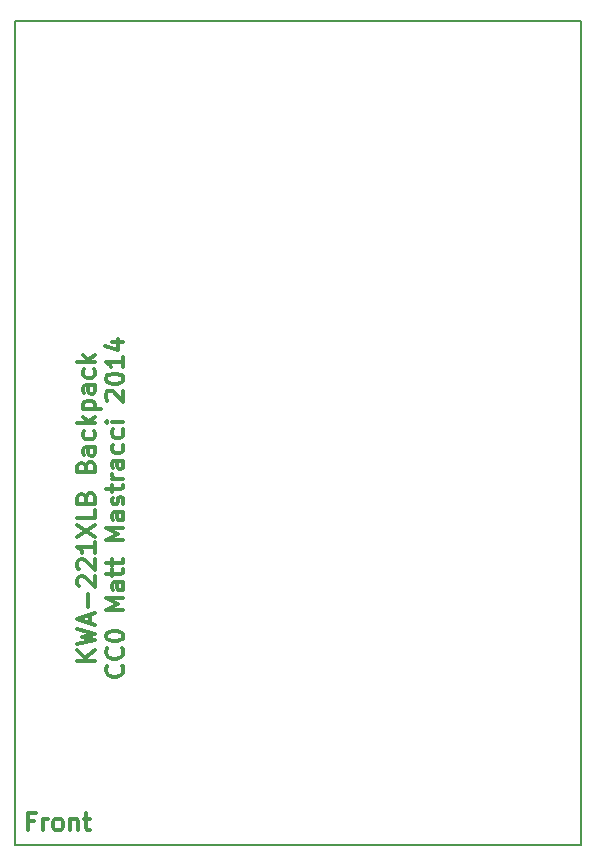
<source format=gto>
G04 (created by PCBNEW (2013-07-07 BZR 4022)-stable) date 9/10/2014 12:23:06 PM*
%MOIN*%
G04 Gerber Fmt 3.4, Leading zero omitted, Abs format*
%FSLAX34Y34*%
G01*
G70*
G90*
G04 APERTURE LIST*
%ADD10C,0.00590551*%
%ADD11C,0.011811*%
G04 APERTURE END LIST*
G54D10*
G54D11*
X19698Y-41929D02*
X19501Y-41929D01*
X19501Y-42239D02*
X19501Y-41648D01*
X19782Y-41648D01*
X20007Y-42239D02*
X20007Y-41845D01*
X20007Y-41957D02*
X20035Y-41901D01*
X20064Y-41873D01*
X20120Y-41845D01*
X20176Y-41845D01*
X20457Y-42239D02*
X20401Y-42210D01*
X20373Y-42182D01*
X20345Y-42126D01*
X20345Y-41957D01*
X20373Y-41901D01*
X20401Y-41873D01*
X20457Y-41845D01*
X20542Y-41845D01*
X20598Y-41873D01*
X20626Y-41901D01*
X20654Y-41957D01*
X20654Y-42126D01*
X20626Y-42182D01*
X20598Y-42210D01*
X20542Y-42239D01*
X20457Y-42239D01*
X20907Y-41845D02*
X20907Y-42239D01*
X20907Y-41901D02*
X20935Y-41873D01*
X20992Y-41845D01*
X21076Y-41845D01*
X21132Y-41873D01*
X21160Y-41929D01*
X21160Y-42239D01*
X21357Y-41845D02*
X21582Y-41845D01*
X21442Y-41648D02*
X21442Y-42154D01*
X21470Y-42210D01*
X21526Y-42239D01*
X21582Y-42239D01*
X21739Y-36575D02*
X21148Y-36575D01*
X21739Y-36238D02*
X21401Y-36491D01*
X21148Y-36238D02*
X21485Y-36575D01*
X21148Y-36041D02*
X21739Y-35901D01*
X21317Y-35788D01*
X21739Y-35676D01*
X21148Y-35535D01*
X21570Y-35338D02*
X21570Y-35057D01*
X21739Y-35394D02*
X21148Y-35197D01*
X21739Y-35001D01*
X21514Y-34804D02*
X21514Y-34354D01*
X21204Y-34101D02*
X21176Y-34073D01*
X21148Y-34016D01*
X21148Y-33876D01*
X21176Y-33820D01*
X21204Y-33791D01*
X21260Y-33763D01*
X21317Y-33763D01*
X21401Y-33791D01*
X21739Y-34129D01*
X21739Y-33763D01*
X21204Y-33538D02*
X21176Y-33510D01*
X21148Y-33454D01*
X21148Y-33313D01*
X21176Y-33257D01*
X21204Y-33229D01*
X21260Y-33201D01*
X21317Y-33201D01*
X21401Y-33229D01*
X21739Y-33566D01*
X21739Y-33201D01*
X21739Y-32638D02*
X21739Y-32976D01*
X21739Y-32807D02*
X21148Y-32807D01*
X21232Y-32863D01*
X21289Y-32920D01*
X21317Y-32976D01*
X21148Y-32442D02*
X21739Y-32048D01*
X21148Y-32048D02*
X21739Y-32442D01*
X21739Y-31542D02*
X21739Y-31823D01*
X21148Y-31823D01*
X21429Y-31148D02*
X21457Y-31064D01*
X21485Y-31035D01*
X21542Y-31007D01*
X21626Y-31007D01*
X21682Y-31035D01*
X21710Y-31064D01*
X21739Y-31120D01*
X21739Y-31345D01*
X21148Y-31345D01*
X21148Y-31148D01*
X21176Y-31092D01*
X21204Y-31064D01*
X21260Y-31035D01*
X21317Y-31035D01*
X21373Y-31064D01*
X21401Y-31092D01*
X21429Y-31148D01*
X21429Y-31345D01*
X21429Y-30107D02*
X21457Y-30023D01*
X21485Y-29995D01*
X21542Y-29967D01*
X21626Y-29967D01*
X21682Y-29995D01*
X21710Y-30023D01*
X21739Y-30079D01*
X21739Y-30304D01*
X21148Y-30304D01*
X21148Y-30107D01*
X21176Y-30051D01*
X21204Y-30023D01*
X21260Y-29995D01*
X21317Y-29995D01*
X21373Y-30023D01*
X21401Y-30051D01*
X21429Y-30107D01*
X21429Y-30304D01*
X21739Y-29461D02*
X21429Y-29461D01*
X21373Y-29489D01*
X21345Y-29545D01*
X21345Y-29658D01*
X21373Y-29714D01*
X21710Y-29461D02*
X21739Y-29517D01*
X21739Y-29658D01*
X21710Y-29714D01*
X21654Y-29742D01*
X21598Y-29742D01*
X21542Y-29714D01*
X21514Y-29658D01*
X21514Y-29517D01*
X21485Y-29461D01*
X21710Y-28926D02*
X21739Y-28983D01*
X21739Y-29095D01*
X21710Y-29151D01*
X21682Y-29179D01*
X21626Y-29208D01*
X21457Y-29208D01*
X21401Y-29179D01*
X21373Y-29151D01*
X21345Y-29095D01*
X21345Y-28983D01*
X21373Y-28926D01*
X21739Y-28673D02*
X21148Y-28673D01*
X21514Y-28617D02*
X21739Y-28448D01*
X21345Y-28448D02*
X21570Y-28673D01*
X21345Y-28195D02*
X21935Y-28195D01*
X21373Y-28195D02*
X21345Y-28139D01*
X21345Y-28026D01*
X21373Y-27970D01*
X21401Y-27942D01*
X21457Y-27914D01*
X21626Y-27914D01*
X21682Y-27942D01*
X21710Y-27970D01*
X21739Y-28026D01*
X21739Y-28139D01*
X21710Y-28195D01*
X21739Y-27408D02*
X21429Y-27408D01*
X21373Y-27436D01*
X21345Y-27492D01*
X21345Y-27605D01*
X21373Y-27661D01*
X21710Y-27408D02*
X21739Y-27464D01*
X21739Y-27605D01*
X21710Y-27661D01*
X21654Y-27689D01*
X21598Y-27689D01*
X21542Y-27661D01*
X21514Y-27605D01*
X21514Y-27464D01*
X21485Y-27408D01*
X21710Y-26874D02*
X21739Y-26930D01*
X21739Y-27042D01*
X21710Y-27098D01*
X21682Y-27127D01*
X21626Y-27155D01*
X21457Y-27155D01*
X21401Y-27127D01*
X21373Y-27098D01*
X21345Y-27042D01*
X21345Y-26930D01*
X21373Y-26874D01*
X21739Y-26620D02*
X21148Y-26620D01*
X21514Y-26564D02*
X21739Y-26395D01*
X21345Y-26395D02*
X21570Y-26620D01*
X22627Y-36744D02*
X22655Y-36772D01*
X22683Y-36857D01*
X22683Y-36913D01*
X22655Y-36997D01*
X22599Y-37053D01*
X22543Y-37082D01*
X22430Y-37110D01*
X22346Y-37110D01*
X22233Y-37082D01*
X22177Y-37053D01*
X22121Y-36997D01*
X22093Y-36913D01*
X22093Y-36857D01*
X22121Y-36772D01*
X22149Y-36744D01*
X22627Y-36154D02*
X22655Y-36182D01*
X22683Y-36266D01*
X22683Y-36322D01*
X22655Y-36407D01*
X22599Y-36463D01*
X22543Y-36491D01*
X22430Y-36519D01*
X22346Y-36519D01*
X22233Y-36491D01*
X22177Y-36463D01*
X22121Y-36407D01*
X22093Y-36322D01*
X22093Y-36266D01*
X22121Y-36182D01*
X22149Y-36154D01*
X22093Y-35788D02*
X22093Y-35732D01*
X22121Y-35676D01*
X22149Y-35647D01*
X22205Y-35619D01*
X22318Y-35591D01*
X22458Y-35591D01*
X22571Y-35619D01*
X22627Y-35647D01*
X22655Y-35676D01*
X22683Y-35732D01*
X22683Y-35788D01*
X22655Y-35844D01*
X22627Y-35872D01*
X22571Y-35901D01*
X22458Y-35929D01*
X22318Y-35929D01*
X22205Y-35901D01*
X22149Y-35872D01*
X22121Y-35844D01*
X22093Y-35788D01*
X22683Y-34888D02*
X22093Y-34888D01*
X22515Y-34691D01*
X22093Y-34494D01*
X22683Y-34494D01*
X22683Y-33960D02*
X22374Y-33960D01*
X22318Y-33988D01*
X22290Y-34044D01*
X22290Y-34157D01*
X22318Y-34213D01*
X22655Y-33960D02*
X22683Y-34016D01*
X22683Y-34157D01*
X22655Y-34213D01*
X22599Y-34241D01*
X22543Y-34241D01*
X22487Y-34213D01*
X22458Y-34157D01*
X22458Y-34016D01*
X22430Y-33960D01*
X22290Y-33763D02*
X22290Y-33538D01*
X22093Y-33679D02*
X22599Y-33679D01*
X22655Y-33651D01*
X22683Y-33595D01*
X22683Y-33538D01*
X22290Y-33426D02*
X22290Y-33201D01*
X22093Y-33341D02*
X22599Y-33341D01*
X22655Y-33313D01*
X22683Y-33257D01*
X22683Y-33201D01*
X22683Y-32554D02*
X22093Y-32554D01*
X22515Y-32357D01*
X22093Y-32160D01*
X22683Y-32160D01*
X22683Y-31626D02*
X22374Y-31626D01*
X22318Y-31654D01*
X22290Y-31710D01*
X22290Y-31823D01*
X22318Y-31879D01*
X22655Y-31626D02*
X22683Y-31682D01*
X22683Y-31823D01*
X22655Y-31879D01*
X22599Y-31907D01*
X22543Y-31907D01*
X22487Y-31879D01*
X22458Y-31823D01*
X22458Y-31682D01*
X22430Y-31626D01*
X22655Y-31373D02*
X22683Y-31317D01*
X22683Y-31204D01*
X22655Y-31148D01*
X22599Y-31120D01*
X22571Y-31120D01*
X22515Y-31148D01*
X22487Y-31204D01*
X22487Y-31289D01*
X22458Y-31345D01*
X22402Y-31373D01*
X22374Y-31373D01*
X22318Y-31345D01*
X22290Y-31289D01*
X22290Y-31204D01*
X22318Y-31148D01*
X22290Y-30951D02*
X22290Y-30726D01*
X22093Y-30867D02*
X22599Y-30867D01*
X22655Y-30839D01*
X22683Y-30782D01*
X22683Y-30726D01*
X22683Y-30529D02*
X22290Y-30529D01*
X22402Y-30529D02*
X22346Y-30501D01*
X22318Y-30473D01*
X22290Y-30417D01*
X22290Y-30361D01*
X22683Y-29911D02*
X22374Y-29911D01*
X22318Y-29939D01*
X22290Y-29995D01*
X22290Y-30107D01*
X22318Y-30164D01*
X22655Y-29911D02*
X22683Y-29967D01*
X22683Y-30107D01*
X22655Y-30164D01*
X22599Y-30192D01*
X22543Y-30192D01*
X22487Y-30164D01*
X22458Y-30107D01*
X22458Y-29967D01*
X22430Y-29911D01*
X22655Y-29376D02*
X22683Y-29433D01*
X22683Y-29545D01*
X22655Y-29601D01*
X22627Y-29629D01*
X22571Y-29658D01*
X22402Y-29658D01*
X22346Y-29629D01*
X22318Y-29601D01*
X22290Y-29545D01*
X22290Y-29433D01*
X22318Y-29376D01*
X22655Y-28870D02*
X22683Y-28926D01*
X22683Y-29039D01*
X22655Y-29095D01*
X22627Y-29123D01*
X22571Y-29151D01*
X22402Y-29151D01*
X22346Y-29123D01*
X22318Y-29095D01*
X22290Y-29039D01*
X22290Y-28926D01*
X22318Y-28870D01*
X22683Y-28617D02*
X22290Y-28617D01*
X22093Y-28617D02*
X22121Y-28645D01*
X22149Y-28617D01*
X22121Y-28589D01*
X22093Y-28617D01*
X22149Y-28617D01*
X22149Y-27914D02*
X22121Y-27886D01*
X22093Y-27830D01*
X22093Y-27689D01*
X22121Y-27633D01*
X22149Y-27605D01*
X22205Y-27577D01*
X22262Y-27577D01*
X22346Y-27605D01*
X22683Y-27942D01*
X22683Y-27577D01*
X22093Y-27211D02*
X22093Y-27155D01*
X22121Y-27098D01*
X22149Y-27070D01*
X22205Y-27042D01*
X22318Y-27014D01*
X22458Y-27014D01*
X22571Y-27042D01*
X22627Y-27070D01*
X22655Y-27098D01*
X22683Y-27155D01*
X22683Y-27211D01*
X22655Y-27267D01*
X22627Y-27295D01*
X22571Y-27323D01*
X22458Y-27352D01*
X22318Y-27352D01*
X22205Y-27323D01*
X22149Y-27295D01*
X22121Y-27267D01*
X22093Y-27211D01*
X22683Y-26452D02*
X22683Y-26789D01*
X22683Y-26620D02*
X22093Y-26620D01*
X22177Y-26677D01*
X22233Y-26733D01*
X22262Y-26789D01*
X22290Y-25946D02*
X22683Y-25946D01*
X22065Y-26086D02*
X22487Y-26227D01*
X22487Y-25861D01*
G54D10*
X19070Y-15259D02*
X37929Y-15259D01*
X37929Y-15259D02*
X37929Y-42740D01*
X37929Y-42740D02*
X19070Y-42740D01*
X19070Y-42740D02*
X19070Y-15259D01*
M02*

</source>
